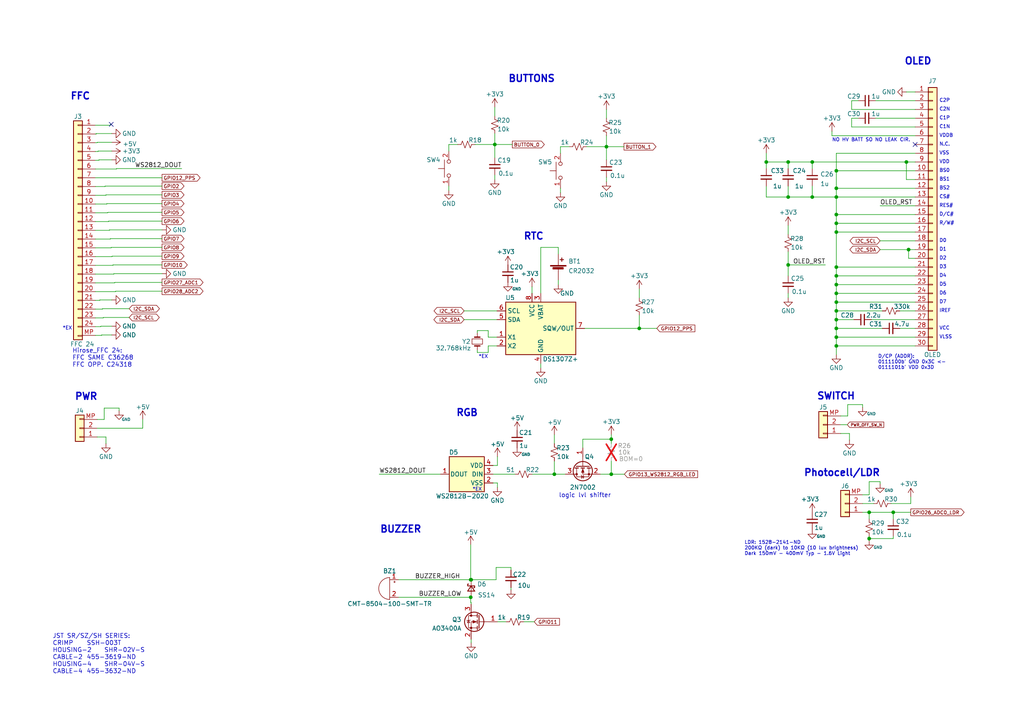
<source format=kicad_sch>
(kicad_sch (version 20230121) (generator eeschema)
  (paper "A4")
  (title_block (title "CONNS & PERIPHERALS"))
  (junction (at 185.42 95.25))
  (junction (at 242.57 97.79))
  (junction (at 136.525 168.148))
  (junction (at 242.57 92.71))
  (junction (at 242.57 85.09))
  (junction (at 228.6 57.15))
  (junction (at 259.08 148.59))
  (junction (at 177.292 127.381))
  (junction (at 242.57 90.17))
  (junction (at 242.57 67.31))
  (junction (at 228.6 46.99))
  (junction (at 136.652 168.148))
  (junction (at 262.89 46.99))
  (junction (at 160.782 137.541))
  (junction (at 242.57 57.15))
  (junction (at 235.585 46.99))
  (junction (at 242.57 95.25))
  (junction (at 242.57 87.63))
  (junction (at 242.57 54.61))
  (junction (at 242.57 77.47))
  (junction (at 222.25 46.99))
  (junction (at 252.095 148.59))
  (junction (at 242.57 82.55))
  (junction (at 242.57 49.53))
  (junction (at 242.57 62.23))
  (junction (at 242.57 80.01))
  (junction (at 263.525 72.39))
  (junction (at 242.57 100.33))
  (junction (at 252.095 156.21))
  (junction (at 228.6 76.835))
  (junction (at 242.57 64.77))
  (junction (at 136.525 173.228))
  (junction (at 143.51 41.91))
  (junction (at 175.895 42.545))
  (junction (at 177.292 137.541))
  (junction (at 235.585 57.15))
  (no_connect (at 32.258 36.068))
  (no_connect (at 265.43 41.91))
  (wire (pts (xy 228.6 57.15) (xy 235.585 57.15)))
  (wire (pts (xy 136.525 168.148) (xy 115.57 168.148)))
  (wire (pts (xy 222.25 46.99) (xy 228.6 46.99)))
  (wire (pts (xy 127.762 137.541) (xy 109.982 137.541)))
  (wire (pts (xy 262.89 26.67) (xy 265.43 26.67)))
  (wire (pts (xy 242.57 64.77) (xy 265.43 64.77)))
  (wire (pts (xy 27.686 76.962) (xy 32.766 76.962)))
  (wire (pts (xy 137.795 41.91) (xy 143.51 41.91)))
  (wire (pts (xy 27.686 79.502) (xy 33.02 79.502)))
  (wire (pts (xy 242.57 100.33) (xy 265.43 100.33)))
  (wire (pts (xy 27.686 84.582) (xy 33.528 84.582)))
  (wire (pts (xy 160.782 133.731) (xy 160.782 137.541)))
  (wire (pts (xy 175.895 39.37) (xy 175.895 42.545)))
  (wire (pts (xy 255.27 69.85) (xy 265.43 69.85)))
  (wire (pts (xy 242.57 87.63) (xy 265.43 87.63)))
  (wire (pts (xy 156.845 85.09) (xy 156.845 71.755)))
  (wire (pts (xy 136.652 168.148) (xy 136.525 168.148)))
  (wire (pts (xy 32.004 69.215) (xy 46.99 69.215)))
  (wire (pts (xy 242.57 54.61) (xy 242.57 57.15)))
  (wire (pts (xy 228.6 46.99) (xy 228.6 48.895)))
  (wire (pts (xy 252.73 92.71) (xy 265.43 92.71)))
  (wire (pts (xy 136.652 185.42) (xy 136.652 186.436)))
  (wire (pts (xy 222.25 53.975) (xy 222.25 57.15)))
  (wire (pts (xy 162.56 44.45) (xy 162.56 42.545)))
  (wire (pts (xy 27.686 56.642) (xy 30.734 56.642)))
  (wire (pts (xy 262.89 46.99) (xy 265.43 46.99)))
  (wire (pts (xy 28.194 41.402) (xy 28.194 41.275)))
  (wire (pts (xy 28.448 43.815) (xy 32.385 43.815)))
  (wire (pts (xy 29.718 89.662) (xy 27.686 89.662)))
  (wire (pts (xy 242.57 85.09) (xy 265.43 85.09)))
  (wire (pts (xy 28.956 87.122) (xy 27.686 87.122)))
  (wire (pts (xy 242.57 100.33) (xy 242.57 102.87)))
  (wire (pts (xy 27.686 51.562) (xy 46.99 51.562)))
  (wire (pts (xy 245.872 117.348) (xy 250.19 117.348)))
  (wire (pts (xy 27.94 38.735) (xy 32.385 38.735)))
  (wire (pts (xy 250.19 117.348) (xy 250.19 118.11)))
  (wire (pts (xy 32.766 76.835) (xy 46.99 76.835)))
  (wire (pts (xy 30.734 126.746) (xy 30.734 128.651)))
  (wire (pts (xy 265.43 52.07) (xy 262.89 52.07)))
  (wire (pts (xy 31.242 61.595) (xy 46.99 61.595)))
  (wire (pts (xy 235.585 46.99) (xy 235.585 48.895)))
  (wire (pts (xy 242.57 49.53) (xy 242.57 54.61)))
  (wire (pts (xy 28.194 124.206) (xy 41.402 124.206)))
  (wire (pts (xy 33.782 48.895) (xy 52.705 48.895)))
  (wire (pts (xy 31.75 66.675) (xy 46.99 66.675)))
  (wire (pts (xy 29.464 97.155) (xy 32.385 97.155)))
  (wire (pts (xy 136.652 174.752) (xy 136.525 174.752)))
  (wire (pts (xy 143.002 137.541) (xy 149.352 137.541)))
  (wire (pts (xy 255.27 72.39) (xy 263.525 72.39)))
  (wire (pts (xy 242.57 77.47) (xy 265.43 77.47)))
  (wire (pts (xy 27.686 71.882) (xy 32.258 71.882)))
  (wire (pts (xy 32.258 71.882) (xy 32.258 71.755)))
  (wire (pts (xy 27.686 49.022) (xy 33.782 49.022)))
  (wire (pts (xy 144.272 132.461) (xy 144.272 135.001)))
  (wire (pts (xy 242.57 82.55) (xy 242.57 85.09)))
  (wire (pts (xy 163.957 137.541) (xy 160.782 137.541)))
  (wire (pts (xy 160.782 126.111) (xy 160.782 128.651)))
  (wire (pts (xy 247.015 31.75) (xy 247.015 29.21)))
  (wire (pts (xy 32.258 36.068) (xy 32.004 36.068)))
  (wire (pts (xy 28.194 41.275) (xy 32.385 41.275)))
  (wire (pts (xy 136.525 172.974) (xy 136.525 173.228)))
  (wire (pts (xy 175.895 42.545) (xy 175.895 46.355)))
  (wire (pts (xy 130.175 55.245) (xy 130.175 53.975)))
  (wire (pts (xy 29.972 92.202) (xy 27.686 92.202)))
  (wire (pts (xy 243.84 120.65) (xy 245.872 120.65)))
  (wire (pts (xy 33.528 84.582) (xy 33.528 84.455)))
  (wire (pts (xy 143.51 31.115) (xy 143.51 33.655)))
  (wire (pts (xy 252.095 143.51) (xy 252.095 139.7)))
  (wire (pts (xy 242.57 90.17) (xy 242.57 92.71)))
  (wire (pts (xy 260.985 95.25) (xy 265.43 95.25)))
  (wire (pts (xy 169.545 95.25) (xy 185.42 95.25)))
  (wire (pts (xy 242.57 90.17) (xy 255.905 90.17)))
  (wire (pts (xy 138.43 95.885) (xy 141.605 95.885)))
  (wire (pts (xy 33.782 49.022) (xy 33.782 48.895)))
  (wire (pts (xy 252.095 148.59) (xy 259.08 148.59)))
  (wire (pts (xy 252.095 155.575) (xy 252.095 156.21)))
  (wire (pts (xy 143.891 168.148) (xy 143.891 164.592)))
  (wire (pts (xy 235.585 46.99) (xy 228.6 46.99)))
  (wire (pts (xy 143.002 135.001) (xy 144.272 135.001)))
  (wire (pts (xy 32.512 74.422) (xy 32.512 74.295)))
  (wire (pts (xy 263.525 74.93) (xy 265.43 74.93)))
  (wire (pts (xy 255.27 139.7) (xy 255.27 140.335)))
  (wire (pts (xy 136.525 157.988) (xy 136.525 168.148)))
  (wire (pts (xy 242.57 85.09) (xy 242.57 87.63)))
  (wire (pts (xy 242.57 62.23) (xy 242.57 64.77)))
  (wire (pts (xy 228.6 73.025) (xy 228.6 76.835)))
  (wire (pts (xy 31.75 66.802) (xy 31.75 66.675)))
  (wire (pts (xy 250.19 148.59) (xy 252.095 148.59)))
  (wire (pts (xy 242.57 62.23) (xy 265.43 62.23)))
  (wire (pts (xy 252.095 148.59) (xy 252.095 150.495)))
  (wire (pts (xy 144.145 100.33) (xy 141.605 100.33)))
  (wire (pts (xy 242.57 64.77) (xy 242.57 67.31)))
  (wire (pts (xy 177.292 126.111) (xy 177.292 127.381)))
  (wire (pts (xy 228.6 53.975) (xy 228.6 57.15)))
  (wire (pts (xy 29.464 97.282) (xy 29.464 97.155)))
  (wire (pts (xy 242.57 97.79) (xy 242.57 100.33)))
  (wire (pts (xy 27.94 38.862) (xy 27.94 38.735)))
  (wire (pts (xy 30.226 118.364) (xy 34.544 118.364)))
  (wire (pts (xy 247.015 34.29) (xy 248.92 34.29)))
  (wire (pts (xy 136.652 168.148) (xy 143.891 168.148)))
  (wire (pts (xy 148.209 164.592) (xy 148.209 165.354)))
  (wire (pts (xy 250.19 143.51) (xy 252.095 143.51)))
  (wire (pts (xy 28.956 86.995) (xy 32.385 86.995)))
  (wire (pts (xy 259.08 148.59) (xy 259.08 150.495)))
  (wire (pts (xy 235.585 53.975) (xy 235.585 57.15)))
  (wire (pts (xy 28.448 43.942) (xy 28.448 43.815)))
  (wire (pts (xy 27.686 82.042) (xy 33.274 82.042)))
  (wire (pts (xy 243.84 125.73) (xy 246.38 125.73)))
  (wire (pts (xy 136.652 173.228) (xy 136.525 173.228)))
  (wire (pts (xy 235.585 46.99) (xy 262.89 46.99)))
  (wire (pts (xy 29.21 94.742) (xy 29.21 94.615)))
  (wire (pts (xy 262.89 52.07) (xy 262.89 46.99)))
  (wire (pts (xy 33.02 79.502) (xy 33.02 79.375)))
  (wire (pts (xy 222.25 57.15) (xy 228.6 57.15)))
  (wire (pts (xy 27.686 66.802) (xy 31.75 66.802)))
  (wire (pts (xy 228.6 76.835) (xy 239.395 76.835)))
  (wire (pts (xy 144.272 180.34) (xy 146.812 180.34)))
  (wire (pts (xy 265.43 31.75) (xy 247.015 31.75)))
  (wire (pts (xy 245.872 120.65) (xy 245.872 117.348)))
  (wire (pts (xy 242.57 95.25) (xy 255.905 95.25)))
  (wire (pts (xy 30.988 59.055) (xy 46.99 59.055)))
  (wire (pts (xy 148.209 171.069) (xy 148.209 170.434)))
  (wire (pts (xy 169.037 129.921) (xy 169.037 127.381)))
  (wire (pts (xy 241.3 39.37) (xy 265.43 39.37)))
  (wire (pts (xy 222.25 44.45) (xy 222.25 46.99)))
  (wire (pts (xy 175.895 51.435) (xy 175.895 52.705)))
  (wire (pts (xy 27.686 54.102) (xy 30.48 54.102)))
  (wire (pts (xy 141.605 95.885) (xy 141.605 97.79)))
  (wire (pts (xy 30.734 56.515) (xy 46.99 56.515)))
  (wire (pts (xy 160.782 137.541) (xy 154.432 137.541)))
  (wire (pts (xy 175.895 42.545) (xy 180.975 42.545)))
  (wire (pts (xy 34.544 118.364) (xy 34.544 119.126)))
  (wire (pts (xy 27.686 69.342) (xy 32.004 69.342)))
  (wire (pts (xy 29.972 92.202) (xy 29.972 92.075)))
  (wire (pts (xy 169.037 127.381) (xy 177.292 127.381)))
  (wire (pts (xy 161.925 82.55) (xy 161.925 81.28)))
  (wire (pts (xy 151.892 180.34) (xy 154.94 180.34)))
  (wire (pts (xy 30.734 56.642) (xy 30.734 56.515)))
  (wire (pts (xy 115.57 173.228) (xy 136.525 173.228)))
  (wire (pts (xy 41.402 124.206) (xy 41.402 121.666)))
  (wire (pts (xy 28.194 121.666) (xy 30.226 121.666)))
  (wire (pts (xy 136.652 174.752) (xy 136.652 175.26)))
  (wire (pts (xy 252.095 156.21) (xy 252.095 156.845)))
  (wire (pts (xy 138.43 96.52) (xy 138.43 95.885)))
  (wire (pts (xy 247.015 36.83) (xy 247.015 34.29)))
  (wire (pts (xy 28.194 126.746) (xy 30.734 126.746)))
  (wire (pts (xy 134.62 92.71) (xy 144.145 92.71)))
  (wire (pts (xy 242.57 80.01) (xy 242.57 82.55)))
  (wire (pts (xy 28.956 87.122) (xy 28.956 86.995)))
  (wire (pts (xy 162.56 55.88) (xy 162.56 54.61)))
  (wire (pts (xy 242.57 49.53) (xy 265.43 49.53)))
  (wire (pts (xy 264.16 144.145) (xy 264.16 146.05)))
  (wire (pts (xy 141.605 102.235) (xy 138.43 102.235)))
  (wire (pts (xy 27.686 97.282) (xy 29.464 97.282)))
  (wire (pts (xy 144.272 140.081) (xy 144.272 141.351)))
  (wire (pts (xy 143.002 140.081) (xy 144.272 140.081)))
  (wire (pts (xy 31.242 61.722) (xy 31.242 61.595)))
  (wire (pts (xy 27.686 74.422) (xy 32.512 74.422)))
  (wire (pts (xy 156.845 106.68) (xy 156.845 105.41)))
  (wire (pts (xy 29.718 89.535) (xy 37.465 89.535)))
  (wire (pts (xy 33.274 82.042) (xy 33.274 81.915)))
  (wire (pts (xy 170.18 42.545) (xy 175.895 42.545)))
  (wire (pts (xy 242.57 77.47) (xy 242.57 80.01)))
  (wire (pts (xy 27.686 46.482) (xy 28.702 46.482)))
  (wire (pts (xy 28.702 46.355) (xy 32.385 46.355)))
  (wire (pts (xy 138.43 102.235) (xy 138.43 101.6)))
  (wire (pts (xy 32.512 74.295) (xy 46.99 74.295)))
  (wire (pts (xy 265.43 44.45) (xy 242.57 44.45)))
  (wire (pts (xy 259.08 148.59) (xy 264.16 148.59)))
  (wire (pts (xy 242.57 82.55) (xy 265.43 82.55)))
  (wire (pts (xy 252.095 156.21) (xy 259.08 156.21)))
  (wire (pts (xy 29.21 94.615) (xy 32.385 94.615)))
  (wire (pts (xy 28.448 43.942) (xy 27.686 43.942)))
  (wire (pts (xy 29.972 92.075) (xy 37.465 92.075)))
  (wire (pts (xy 255.27 59.69) (xy 265.43 59.69)))
  (wire (pts (xy 263.525 72.39) (xy 265.43 72.39)))
  (wire (pts (xy 30.988 59.182) (xy 30.988 59.055)))
  (wire (pts (xy 28.194 41.402) (xy 27.686 41.402)))
  (wire (pts (xy 185.42 91.44) (xy 185.42 95.25)))
  (wire (pts (xy 254 29.21) (xy 265.43 29.21)))
  (wire (pts (xy 258.445 146.05) (xy 264.16 146.05)))
  (wire (pts (xy 177.292 137.541) (xy 174.117 137.541)))
  (wire (pts (xy 141.605 97.79) (xy 144.145 97.79)))
  (wire (pts (xy 177.292 133.731) (xy 177.292 137.541)))
  (wire (pts (xy 185.42 95.25) (xy 190.5 95.25)))
  (wire (pts (xy 260.985 90.17) (xy 265.43 90.17)))
  (wire (pts (xy 32.258 71.755) (xy 46.99 71.755)))
  (wire (pts (xy 245.745 123.19) (xy 243.84 123.19)))
  (wire (pts (xy 32.004 69.342) (xy 32.004 69.215)))
  (wire (pts (xy 242.57 95.25) (xy 242.57 97.79)))
  (wire (pts (xy 154.305 83.185) (xy 154.305 85.09)))
  (wire (pts (xy 242.57 92.71) (xy 242.57 95.25)))
  (wire (pts (xy 30.48 54.102) (xy 30.48 53.975)))
  (wire (pts (xy 228.6 76.835) (xy 228.6 80.01)))
  (wire (pts (xy 242.57 57.15) (xy 265.43 57.15)))
  (wire (pts (xy 242.57 92.71) (xy 247.65 92.71)))
  (wire (pts (xy 242.57 57.15) (xy 242.57 62.23)))
  (wire (pts (xy 27.686 61.722) (xy 31.242 61.722)))
  (wire (pts (xy 259.08 155.575) (xy 259.08 156.21)))
  (wire (pts (xy 134.62 90.17) (xy 144.145 90.17)))
  (wire (pts (xy 32.766 76.962) (xy 32.766 76.835)))
  (wire (pts (xy 141.605 100.33) (xy 141.605 102.235)))
  (wire (pts (xy 250.19 146.05) (xy 253.365 146.05)))
  (wire (pts (xy 241.3 38.1) (xy 241.3 39.37)))
  (wire (pts (xy 143.891 164.592) (xy 148.209 164.592)))
  (wire (pts (xy 252.095 139.7) (xy 255.27 139.7)))
  (wire (pts (xy 32.004 36.322) (xy 32.004 36.068)))
  (wire (pts (xy 246.38 125.73) (xy 246.38 127.635)))
  (wire (pts (xy 29.718 89.662) (xy 29.718 89.535)))
  (wire (pts (xy 228.6 65.405) (xy 228.6 67.945)))
  (wire (pts (xy 30.48 53.975) (xy 46.99 53.975)))
  (wire (pts (xy 242.57 87.63) (xy 242.57 90.17)))
  (wire (pts (xy 30.226 121.666) (xy 30.226 118.364)))
  (wire (pts (xy 162.56 42.545) (xy 165.1 42.545)))
  (wire (pts (xy 235.585 57.15) (xy 242.57 57.15)))
  (wire (pts (xy 27.94 38.862) (xy 27.686 38.862)))
  (wire (pts (xy 143.51 41.91) (xy 143.51 45.72)))
  (wire (pts (xy 32.004 36.322) (xy 27.686 36.322)))
  (wire (pts (xy 143.51 50.8) (xy 143.51 52.07)))
  (wire (pts (xy 130.175 43.815) (xy 130.175 41.91)))
  (wire (pts (xy 242.57 80.01) (xy 265.43 80.01)))
  (wire (pts (xy 242.57 67.31) (xy 265.43 67.31)))
  (wire (pts (xy 33.02 79.375) (xy 46.99 79.375)))
  (wire (pts (xy 28.702 46.482) (xy 28.702 46.355)))
  (wire (pts (xy 31.496 64.135) (xy 46.99 64.135)))
  (wire (pts (xy 130.175 41.91) (xy 132.715 41.91)))
  (wire (pts (xy 265.43 36.83) (xy 247.015 36.83)))
  (wire (pts (xy 27.686 59.182) (xy 30.988 59.182)))
  (wire (pts (xy 222.25 46.99) (xy 222.25 48.895)))
  (wire (pts (xy 185.42 83.82) (xy 185.42 86.36)))
  (wire (pts (xy 156.845 71.755) (xy 161.925 71.755)))
  (wire (pts (xy 177.292 127.381) (xy 177.292 128.651)))
  (wire (pts (xy 27.686 64.262) (xy 31.496 64.262)))
  (wire (pts (xy 242.57 54.61) (xy 265.43 54.61)))
  (wire (pts (xy 242.57 97.79) (xy 265.43 97.79)))
  (wire (pts (xy 254 34.29) (xy 265.43 34.29)))
  (wire (pts (xy 33.528 84.455) (xy 46.99 84.455)))
  (wire (pts (xy 242.57 44.45) (xy 242.57 49.53)))
  (wire (pts (xy 181.102 137.541) (xy 177.292 137.541)))
  (wire (pts (xy 143.51 41.91) (xy 148.59 41.91)))
  (wire (pts (xy 136.525 174.752) (xy 136.525 173.228)))
  (wire (pts (xy 143.51 38.735) (xy 143.51 41.91)))
  (wire (pts (xy 161.925 71.755) (xy 161.925 73.66)))
  (wire (pts (xy 242.57 67.31) (xy 242.57 77.47)))
  (wire (pts (xy 31.496 64.262) (xy 31.496 64.135)))
  (wire (pts (xy 27.686 94.742) (xy 29.21 94.742)))
  (wire (pts (xy 175.895 31.75) (xy 175.895 34.29)))
  (wire (pts (xy 33.274 81.915) (xy 46.99 81.915)))
  (wire (pts (xy 228.6 85.09) (xy 228.6 86.36)))
  (wire (pts (xy 247.015 29.21) (xy 248.92 29.21)))
  (wire (pts (xy 263.525 74.93) (xy 263.525 72.39)))
  (text "VCC" (at 272.415 95.885 0) (effects (font (size 1 1)) (justify left bottom)))
  (text "BS2" (at 272.415 55.245 0) (effects (font (size 1 1)) (justify left bottom)))
  (text "PWR" (at 21.59 116.332 0) (effects (font (size 2 2) (thickness 0.4) bold) (justify left bottom)))
  (text "OLED" (at 262.255 19.05 0) (effects (font (size 2 2) (thickness 0.4) bold) (justify left bottom)))
  (text "*EX" (at 141.605 104.14 0) (effects (font (size 1 1)) (justify right bottom)))
  (text "SWITCH" (at 236.855 116.205 0) (effects (font (size 2 2) (thickness 0.4) bold) (justify left bottom)))
  (text "BUZZER\n" (at 110.109 154.813 0) (effects (font (size 2 2) (thickness 0.4) bold) (justify left bottom)))
  (text "RES#" (at 272.415 60.325 0) (effects (font (size 1 1)) (justify left bottom)))
  (text "D6" (at 272.415 85.725 0) (effects (font (size 1 1)) (justify left bottom)))
  (text "R/W#" (at 272.415 65.405 0) (effects (font (size 1 1)) (justify left bottom)))
  (text "C1N" (at 272.415 37.465 0) (effects (font (size 1 1)) (justify left bottom)))
  (text "D2" (at 272.415 75.565 0) (effects (font (size 1 1)) (justify left bottom)))
  (text "*EX" (at 20.955 95.885 0) (effects (font (size 1 1)) (justify right bottom)))
  (text "CS#" (at 272.415 57.785 0) (effects (font (size 1 1)) (justify left bottom)))
  (text "Photocell/LDR\n" (at 233.045 138.43 0) (effects (font (size 2 2) (thickness 0.4) bold) (justify left bottom)))
  (text "NO HV BATT SO NO LEAK CIR." (at 241.3 41.275 0) (effects (font (size 1 1)) (justify left bottom)))
  (text "logic lvl shifter" (at 162.052 144.526 0) (effects (font (size 1.27 1.27)) (justify left bottom)))
  (text "D0\n" (at 272.415 70.485 0) (effects (font (size 1 1)) (justify left bottom)))
  (text "BS1" (at 272.415 52.705 0) (effects (font (size 1 1)) (justify left bottom)))
  (text "FFC" (at 20.32 29.21 0) (effects (font (size 2 2) (thickness 0.4) bold) (justify left bottom)))
  (text "IREF" (at 272.415 90.805 0) (effects (font (size 1 1)) (justify left bottom)))
  (text "D4" (at 272.415 80.645 0) (effects (font (size 1 1)) (justify left bottom)))
  (text "*EX" (at 139.827 142.621 0) (effects (font (size 1 1)) (justify right bottom)))
  (text "D/CP (ADDR):\n0111100b' GND 0x3C <-\n0111101b' VDD 0x3D" (at 254.635 107.315 0) (effects (font (size 1 1)) (justify left bottom)))
  (text "D/C#" (at 272.415 62.865 0) (effects (font (size 1 1)) (justify left bottom)))
  (text "VDDB" (at 272.415 40.005 0) (effects (font (size 1 1)) (justify left bottom)))
  (text "BS0" (at 272.415 50.165 0) (effects (font (size 1 1)) (justify left bottom)))
  (text "C2N" (at 272.415 32.385 0) (effects (font (size 1 1)) (justify left bottom)))
  (text "RTC" (at 151.765 69.85 0) (effects (font (size 2 2) (thickness 0.4) bold) (justify left bottom)))
  (text "C1P\n" (at 272.415 34.925 0) (effects (font (size 1 1)) (justify left bottom)))
  (text "BUTTONS\n" (at 147.32 24.13 0) (effects (font (size 2 2) (thickness 0.4) bold) (justify left bottom)))
  (text "D7" (at 272.415 88.265 0) (effects (font (size 1 1)) (justify left bottom)))
  (text "D5\n" (at 272.415 83.185 0) (effects (font (size 1 1)) (justify left bottom)))
  (text "LDR: 1528-2141-ND\n200KΩ (dark) to 10KΩ (10 lux brightness)\nDark 150mV - 400mV Typ - 1.6V Light" (at 215.9 161.29 0) (effects (font (size 1 1)) (justify left bottom)))
  (text "D3" (at 272.415 78.105 0) (effects (font (size 1 1)) (justify left bottom)))
  (text "Hirose_FFC 24:\nFFC SAME C36268\nFFC OPP. C24318" (at 20.955 106.68 0) (effects (font (size 1.27 1.27)) (justify left bottom)))
  (text "VLSS" (at 272.415 98.425 0) (effects (font (size 1 1)) (justify left bottom)))
  (text "VSS" (at 272.415 45.085 0) (effects (font (size 1 1)) (justify left bottom)))
  (text "C2P\n" (at 272.415 29.845 0) (effects (font (size 1 1)) (justify left bottom)))
  (text "D1" (at 272.415 73.025 0) (effects (font (size 1 1)) (justify left bottom)))
  (text "JST SR/SZ/SH SERIES:\nCRIMP	SSH-003T\nHOUSING-2 	SHR-02V-S\nCABLE-2	455-3619-ND\nHOUSING-4	SHR-04V-S\nCABLE-4	455-3632-ND" (at 15.24 195.58 0) (effects (font (size 1.27 1.27)) (justify left bottom)))
  (text "N.C." (at 272.415 42.545 0) (effects (font (size 1 1)) (justify left bottom)))
  (text "RGB" (at 132.207 121.031 0) (effects (font (size 2 2) (thickness 0.4) bold) (justify left bottom)))
  (text "VDD" (at 272.415 47.625 0) (effects (font (size 1 1)) (justify left bottom)))
  (label "WS2812_DOUT" (at 109.982 137.541 0))
  (label "BUZZER_LOW" (at 133.858 173.228 180))
  (label "BUZZER_HIGH" (at 133.477 168.148 180))
  (label "OLED_RST" (at 255.27 59.69 0))
  (label "WS2812_DOUT" (at 52.705 48.895 180))
  (label "OLED_RST" (at 239.395 76.835 180))
  (global_label "GPIO13_WS2812_RGB_LED" (shape input) (at 181.102 137.541 0) (effects (font (size 1 1))) (property "Intersheetrefs" "${INTERSHEET_REFS}" (effects hide)))
  (global_label "I2C_SDA" (shape bidirectional) (at 255.27 72.39 180) (effects (font (size 1 1))) (property "Intersheetrefs" "${INTERSHEET_REFS}" (effects hide)))
  (global_label "GPIO10" (shape output) (at 46.99 76.835 0) (effects (font (size 1 1))) (property "Intersheetrefs" "${INTERSHEET_REFS}" (effects hide)))
  (global_label "GPIO8" (shape output) (at 46.99 71.755 0) (effects (font (size 1 1))) (property "Intersheetrefs" "${INTERSHEET_REFS}" (effects hide)))
  (global_label "GPIO11" (shape input) (at 154.94 180.34 0) (effects (font (size 1 1))) (property "Intersheetrefs" "${INTERSHEET_REFS}" (effects hide)))
  (global_label "I2C_SCL" (shape bidirectional) (at 37.465 92.075 0) (effects (font (size 1 1))) (property "Intersheetrefs" "${INTERSHEET_REFS}" (effects hide)))
  (global_label "I2C_SDA" (shape bidirectional) (at 134.62 92.71 180) (effects (font (size 1 1))) (property "Intersheetrefs" "${INTERSHEET_REFS}" (effects hide)))
  (global_label "GPIO27_ADC1" (shape output) (at 46.99 81.915 0) (effects (font (size 1 1))) (property "Intersheetrefs" "${INTERSHEET_REFS}" (effects hide)))
  (global_label "BUTTON_1" (shape output) (at 180.975 42.545 0) (effects (font (size 1 1))) (property "Intersheetrefs" "${INTERSHEET_REFS}" (effects hide)))
  (global_label "GPIO7" (shape output) (at 46.99 69.215 0) (effects (font (size 1 1))) (property "Intersheetrefs" "${INTERSHEET_REFS}" (effects hide)))
  (global_label "GPIO4" (shape output) (at 46.99 59.055 0) (effects (font (size 1 1))) (property "Intersheetrefs" "${INTERSHEET_REFS}" (effects hide)))
  (global_label "I2C_SCL" (shape bidirectional) (at 255.27 69.85 180) (effects (font (size 1 1))) (property "Intersheetrefs" "${INTERSHEET_REFS}" (effects hide)))
  (global_label "GPIO12_PPS" (shape output) (at 46.99 51.562 0) (effects (font (size 1 1))) (property "Intersheetrefs" "${INTERSHEET_REFS}" (effects hide)))
  (global_label "GPIO28_ADC2" (shape output) (at 46.99 84.455 0) (effects (font (size 1 1))) (property "Intersheetrefs" "${INTERSHEET_REFS}" (effects hide)))
  (global_label "PWR_OFF_SW_N" (shape input) (at 245.745 123.19 0) (effects (font (size 0.8 0.8))) (property "Intersheetrefs" "${INTERSHEET_REFS}" (effects hide)))
  (global_label "GPIO6" (shape output) (at 46.99 64.135 0) (effects (font (size 1 1))) (property "Intersheetrefs" "${INTERSHEET_REFS}" (effects hide)))
  (global_label "GPIO12_PPS" (shape input) (at 190.5 95.25 0) (effects (font (size 1 1))) (property "Intersheetrefs" "${INTERSHEET_REFS}" (effects hide)))
  (global_label "BUTTON_0" (shape output) (at 148.59 41.91 0) (effects (font (size 1 1))) (property "Intersheetrefs" "${INTERSHEET_REFS}" (effects hide)))
  (global_label "I2C_SCL" (shape bidirectional) (at 134.62 90.17 180) (effects (font (size 1 1))) (property "Intersheetrefs" "${INTERSHEET_REFS}" (effects hide)))
  (global_label "GPIO5" (shape output) (at 46.99 61.595 0) (effects (font (size 1 1))) (property "Intersheetrefs" "${INTERSHEET_REFS}" (effects hide)))
  (global_label "GPIO9" (shape output) (at 46.99 74.295 0) (effects (font (size 1 1))) (property "Intersheetrefs" "${INTERSHEET_REFS}" (effects hide)))
  (global_label "I2C_SDA" (shape bidirectional) (at 37.465 89.535 0) (effects (font (size 1 1))) (property "Intersheetrefs" "${INTERSHEET_REFS}" (effects hide)))
  (global_label "GPIO26_ADC0_LDR" (shape output) (at 264.16 148.59 0) (effects (font (size 1 1))) (property "Intersheetrefs" "${INTERSHEET_REFS}" (effects hide)))
  (global_label "GPIO3" (shape output) (at 46.99 56.515 0) (effects (font (size 1 1))) (property "Intersheetrefs" "${INTERSHEET_REFS}" (effects hide)))
  (global_label "GPIO2" (shape output) (at 46.99 53.975 0) (effects (font (size 1 1))) (property "Intersheetrefs" "${INTERSHEET_REFS}" (effects hide)))
  (symbol (lib_id "power:+3V3") (at 32.385 43.815 270) (unit 1)
    (property "Reference" "#PWR041" (effects hide))
    (property "Value" "+3V3" (at 38.1 43.815 90))
  )
  (symbol (lib_id "power:+5V") (at 149.987 124.841 0) (unit 1)
    (property "Reference" "#PWR059" (effects hide))
    (property "Value" "+5V" (at 149.987 121.2365 0))
  )
  (symbol (lib_id "power:GND") (at 46.99 79.375 90) (mirror x) (unit 1)
    (property "Reference" "#PWR049" (effects hide))
    (property "Value" "GND" (at 52.07 79.375 90))
  )
  (symbol (lib_id "Device:R_Small_US") (at 175.895 36.83 0) (unit 1)
    (property "Reference" "R25" (at 178.435 35.56 0))
    (property "Value" "10k" (at 178.435 38.1 0))
    (property "Footprint" "Resistor_SMD:R_0402_1005Metric" (effects hide))
    (property "lcsc" "C25744" (effects hide))
    (property "LCSC Part #" "C25744" (effects hide))
  )
  (symbol (lib_id "power:GND") (at 144.272 141.351 0) (mirror y) (unit 1)
    (property "Reference" "#PWR056" (effects hide))
    (property "Value" "GND" (at 144.272 145.161 0))
  )
  (symbol (lib_id "power:+3V3") (at 241.3 38.1 0) (unit 1)
    (property "Reference" "#PWR076" (effects hide))
    (property "Value" "+3V3" (at 241.3 34.29 0))
  )
  (symbol (lib_id "power:GND") (at 175.895 52.705 0) (unit 1)
    (property "Reference" "#PWR068" (effects hide))
    (property "Value" "GND" (at 175.895 56.515 0))
  )
  (symbol (lib_id "power:GND") (at 149.987 129.921 0) (mirror y) (unit 1)
    (property "Reference" "#PWR060" (effects hide))
    (property "Value" "GND" (at 152.527 131.826 0) (effects (font (size 0.8 0.8))))
  )
  (symbol (lib_id "power:GND") (at 242.57 102.87 0) (unit 1)
    (property "Reference" "#PWR077" (effects hide))
    (property "Value" "GND" (at 242.57 106.68 0))
  )
  (symbol (lib_id "power:+3V3") (at 175.895 31.75 0) (mirror y) (unit 1)
    (property "Reference" "#PWR067" (effects hide))
    (property "Value" "+3V3" (at 175.895 27.94 0))
  )
  (symbol (lib_name "Conn_01x02_1") (lib_id "Connector_Generic:Conn_01x02") (at 23.114 126.746 180) (unit 1)
    (property "Reference" "J4" (at 23.114 119.126 0))
    (property "Value" "5V" (effects hide))
    (property "Footprint" "Connector_JST:JST_SH_SM02B-SRSS-TB_1x02-1MP_P1.00mm_Horizontal" (effects hide))
    (property "desc" "SH 2pin 1mm" (effects hide))
    (property "lcsc" "C160402" (effects hide))
    (property "LCSC Part #" "C160402" (effects hide))
  )
  (symbol (lib_id "Device:C_Small") (at 175.895 48.895 0) (unit 1)
    (property "Reference" "C23" (at 176.657 47.117 0) (effects (justify left)))
    (property "Value" "0.1u" (at 176.911 50.927 0) (effects (justify left)))
    (property "Footprint" "Capacitor_SMD:C_0402_1005Metric" (effects hide))
    (property "lcsc" "C1525" (effects hide))
    (property "desc" "16V X7R" (effects hide))
    (property "LCSC Part #" "C1525" (effects hide))
  )
  (symbol (lib_id "power:GND") (at 32.385 46.355 90) (mirror x) (unit 1)
    (property "Reference" "#PWR042" (effects hide))
    (property "Value" "GND" (at 37.465 46.355 90))
  )
  (symbol (lib_id "power:GND") (at 252.095 156.845 0) (mirror y) (unit 1)
    (property "Reference" "#PWR080" (effects hide))
    (property "Value" "GND" (at 254.635 158.75 0) (effects (font (size 0.8 0.8))))
  )
  (symbol (lib_id "power:GND") (at 147.32 81.915 0) (mirror y) (unit 1)
    (property "Reference" "#PWR058" (effects hide))
    (property "Value" "GND" (at 149.86 83.82 0) (effects (font (size 0.8 0.8))))
  )
  (symbol (lib_name "Conn_01x02_1") (lib_id "Connector_Generic:Conn_01x02") (at 238.76 125.73 180) (unit 1)
    (property "Reference" "J5" (at 238.76 118.11 0))
    (property "Value" "5V" (effects hide))
    (property "Footprint" "Connector_JST:JST_SH_SM02B-SRSS-TB_1x02-1MP_P1.00mm_Horizontal" (effects hide))
    (property "desc" "SH 2pin 1mm" (effects hide))
    (property "lcsc" "C160402" (effects hide))
    (property "LCSC Part #" "C160402" (effects hide))
  )
  (symbol (lib_id "Device:R_Small_US") (at 167.64 42.545 90) (unit 1)
    (property "Reference" "R24" (at 170.18 41.275 90))
    (property "Value" "1k" (at 163.83 41.275 90))
    (property "Footprint" "Resistor_SMD:R_0402_1005Metric" (effects hide))
    (property "lcsc" "C11702" (effects hide))
    (property "LCSC Part #" "C11702" (effects hide))
  )
  (symbol (lib_id "power:GND") (at 255.27 140.335 0) (mirror y) (unit 1)
    (property "Reference" "#PWR081" (effects hide))
    (property "Value" "GND" (at 257.81 142.24 0) (effects (font (size 0.8 0.8))))
  )
  (symbol (lib_id "Device:C_Small") (at 250.19 92.71 90) (unit 1)
    (property "Reference" "C28" (at 245.745 91.44 90))
    (property "Value" "2.2u" (at 253.365 91.44 90))
    (property "Footprint" "Capacitor_SMD:C_0402_1005Metric" (effects hide))
    (property "lcsc" "C12530" (effects hide))
    (property "desc" "6.3V X5R" (effects hide))
    (property "LCSC Part #" "C12530" (effects hide))
  )
  (symbol (lib_id "Device:R_Small_US") (at 177.292 131.191 0) (mirror y) (unit 1) (dnp yes)
    (property "Reference" "R26" (at 181.102 129.286 0))
    (property "Value" "10k" (at 181.102 131.191 0))
    (property "Footprint" "Resistor_SMD:R_0402_1005Metric" (effects hide))
    (property "lcsc" "C25744" (effects hide))
    (property "bom" "BOM=0" (at 183.007 133.096 0))
    (property "LCSC Part #" "C25744" (effects hide))
  )
  (symbol (lib_id "power:GND") (at 32.385 38.735 90) (mirror x) (unit 1)
    (property "Reference" "#PWR039" (effects hide))
    (property "Value" "GND" (at 37.465 38.735 90))
  )
  (symbol (lib_id "power:GND") (at 250.19 118.11 0) (mirror y) (unit 1)
    (property "Reference" "#PWR079" (effects hide))
    (property "Value" "GND" (at 252.73 120.015 0) (effects (font (size 0.8 0.8))))
  )
  (symbol (lib_id "power:+3V3") (at 235.585 148.59 0) (mirror y) (unit 1)
    (property "Reference" "#PWR074" (effects hide))
    (property "Value" "+3V3" (at 234.95 144.78 0))
  )
  (symbol (lib_id "power:+5V") (at 32.385 41.275 270) (unit 1)
    (property "Reference" "#PWR040" (effects hide))
    (property "Value" "+5V" (at 35.56 41.754 90) (effects (justify left)))
  )
  (symbol (lib_id "power:GND") (at 46.99 66.675 90) (mirror x) (unit 1)
    (property "Reference" "#PWR048" (effects hide))
    (property "Value" "GND" (at 52.07 66.675 90))
  )
  (symbol (lib_id "Device:C_Small") (at 251.46 29.21 90) (unit 1)
    (property "Reference" "C29" (at 247.65 27.94 90))
    (property "Value" "1u" (at 254 27.94 90))
    (property "Footprint" "Capacitor_SMD:C_0402_1005Metric" (effects hide))
    (property "lcsc" "C52923" (effects hide))
    (property "desc" "25V X5R" (effects hide))
    (property "LCSC Part #" "C52923" (effects hide))
  )
  (symbol (lib_id "Timer_RTC:DS1307Z+") (at 156.845 95.25 0) (unit 1)
    (property "Reference" "U5" (at 147.955 86.36 0))
    (property "Value" "DS1307Z+" (at 162.56 104.14 0))
    (property "Footprint" "Package_SO:SOIC-8_3.9x4.9mm_P1.27mm" (effects hide))
    (property "Datasheet" "https://datasheets.maximintegrated.com/en/ds/DS1307.pdf" (effects hide))
    (property "lcsc" "C8959" (effects hide))
    (property "LCSC Part #" "C8959" (effects hide))
  )
  (symbol (lib_id "Device:C_Small") (at 143.51 48.26 0) (unit 1)
    (property "Reference" "C19" (at 144.272 46.482 0) (effects (justify left)))
    (property "Value" "0.1u" (at 144.526 50.292 0) (effects (justify left)))
    (property "Footprint" "Capacitor_SMD:C_0402_1005Metric" (effects hide))
    (property "lcsc" "C1525" (effects hide))
    (property "desc" "16V X7R" (effects hide))
    (property "LCSC Part #" "C1525" (effects hide))
  )
  (symbol (lib_id "LED_Extra:WS2812B-2020") (at 135.382 137.541 0) (mirror y) (unit 1)
    (property "Reference" "D5" (at 131.572 131.191 0))
    (property "Value" "WS2812B-2020" (at 134.112 143.891 0))
    (property "Footprint" "stride_footprints:WS2812B-2020" (effects hide))
    (property "Datasheet" "https://www.tme.eu/Document/4a8239e52df5e0b5cc2eb96834c5d8b6/WS2812B-2020.pdf" (effects hide))
    (property "lcsc" "C965555" (effects hide))
    (property "LCSC Part #" "C965555" (effects hide))
  )
  (symbol (lib_id "Device:C_Small") (at 228.6 51.435 0) (unit 1)
    (property "Reference" "C24" (at 229.87 49.53 0) (effects (justify left)))
    (property "Value" "1u" (at 230.505 53.975 0) (effects (justify left)))
    (property "Footprint" "Capacitor_SMD:C_0402_1005Metric" (effects hide))
    (property "lcsc" "C52923" (effects hide))
    (property "desc" "25V X5R" (effects hide))
    (property "LCSC Part #" "C52923" (effects hide))
  )
  (symbol (lib_id "Device:C_Small") (at 147.32 79.375 0) (mirror y) (unit 1)
    (property "Reference" "C20" (at 151.765 77.47 0) (effects (justify left)))
    (property "Value" "1u" (at 150.495 81.28 0) (effects (justify left)))
    (property "Footprint" "Capacitor_SMD:C_0402_1005Metric" (effects hide))
    (property "lcsc" "C52923" (effects hide))
    (property "desc" "25V X5R" (effects hide))
    (property "LCSC Part #" "C52923" (effects hide))
  )
  (symbol (lib_id "power:GND") (at 228.6 86.36 0) (unit 1)
    (property "Reference" "#PWR073" (effects hide))
    (property "Value" "GND" (at 228.6 90.17 0))
  )
  (symbol (lib_id "power:+5V") (at 136.525 157.988 0) (mirror y) (unit 1)
    (property "Reference" "#PWR051" (effects hide))
    (property "Value" "+5V" (at 136.525 154.3835 0))
  )
  (symbol (lib_id "stride_symbols:Buzzer_CMT-8504-100-SMT-TR") (at 113.03 170.688 0) (mirror y) (unit 1)
    (property "Reference" "BZ1" (at 113.03 165.608 0))
    (property "Value" "CMT-8504-100-SMT-TR" (at 113.03 175.133 0))
    (property "Footprint" "Buzzer_Beeper:MagneticBuzzer_CUI_CMT-8504-100-SMT" (effects hide))
    (property "desc" "BUZZER MAGNETIC 5V 8.5X8.5MM SMD" (effects hide))
    (property "digi" "102-CMT-8504-100-SMT-CT-ND" (effects hide))
  )
  (symbol (lib_id "power:GND") (at 136.652 186.436 0) (unit 1)
    (property "Reference" "#PWR052" (effects hide))
    (property "Value" "GND" (at 136.652 190.246 0))
  )
  (symbol (lib_id "Device:Battery_Cell") (at 161.925 78.74 0) (unit 1)
    (property "Reference" "BT1" (at 164.846 75.7995 0) (effects (justify left)))
    (property "Value" "CR2032" (at 164.846 78.5746 0) (effects (justify left)))
    (property "Footprint" "stride_footprints:Q&J_CR2032-BS-6-1" (effects hide))
    (property "desc" "Q&J CR2032-BS-6-1" (effects hide))
    (property "lcsc" "C70377" (effects hide))
    (property "LCSC Part #" "C70377" (effects hide))
  )
  (symbol (lib_id "power:GND") (at 246.38 127.635 0) (mirror y) (unit 1)
    (property "Reference" "#PWR078" (effects hide))
    (property "Value" "GND" (at 246.38 131.445 0))
  )
  (symbol (lib_id "Device:C_Small") (at 235.585 151.13 0) (mirror y) (unit 1)
    (property "Reference" "C27" (at 240.03 149.225 0) (effects (justify left)))
    (property "Value" "1u" (at 238.76 153.035 0) (effects (justify left)))
    (property "Footprint" "Capacitor_SMD:C_0402_1005Metric" (effects hide))
    (property "lcsc" "C52923" (effects hide))
    (property "desc" "25V X5R" (effects hide))
    (property "LCSC Part #" "C52923" (effects hide))
  )
  (symbol (lib_id "Switch:SW_Push") (at 162.56 49.53 90) (unit 1)
    (property "Reference" "SW5" (at 158.115 46.99 90))
    (property "Value" "TS-1187A-B-A-B" (effects hide))
    (property "Footprint" "stride_footprints:SW_SPST_TL3342_RT" (effects hide))
    (property "desc" "ftp: Not Exact" (effects hide))
    (property "lcsc" "C318884" (effects hide))
    (property "LCSC Part #" "C318884" (effects hide))
  )
  (symbol (lib_id "Device:R_Small_US") (at 149.352 180.34 90) (unit 1)
    (property "Reference" "R19" (at 151.892 179.07 90))
    (property "Value" "1k" (at 145.542 179.07 90))
    (property "Footprint" "Resistor_SMD:R_0402_1005Metric" (effects hide))
    (property "lcsc" "C11702" (effects hide))
    (property "LCSC Part #" "C11702" (effects hide))
  )
  (symbol (lib_id "Device:R_Small_US") (at 160.782 131.191 0) (unit 1)
    (property "Reference" "R23" (at 163.322 129.921 0))
    (property "Value" "10k" (at 163.322 132.461 0))
    (property "Footprint" "Resistor_SMD:R_0402_1005Metric" (effects hide))
    (property "lcsc" "C25744" (effects hide))
    (property "LCSC Part #" "C25744" (effects hide))
  )
  (symbol (lib_id "Device:C_Small") (at 259.08 153.035 0) (unit 1)
    (property "Reference" "C32" (at 259.842 151.257 0) (effects (justify left)))
    (property "Value" "0.1u" (at 260.096 155.067 0) (effects (justify left)))
    (property "Footprint" "Capacitor_SMD:C_0402_1005Metric" (effects hide))
    (property "lcsc" "C1525" (effects hide))
    (property "desc" "16V X7R" (effects hide))
    (property "LCSC Part #" "C1525" (effects hide))
  )
  (symbol (lib_id "Device:R_Small_US") (at 143.51 36.195 0) (unit 1)
    (property "Reference" "R20" (at 146.05 34.925 0))
    (property "Value" "10k" (at 146.05 37.465 0))
    (property "Footprint" "Resistor_SMD:R_0402_1005Metric" (effects hide))
    (property "lcsc" "C25744" (effects hide))
    (property "LCSC Part #" "C25744" (effects hide))
  )
  (symbol (lib_id "Device:R_Small_US") (at 185.42 88.9 0) (unit 1)
    (property "Reference" "R27" (at 187.96 87.63 0))
    (property "Value" "10k" (at 187.96 90.17 0))
    (property "Footprint" "Resistor_SMD:R_0402_1005Metric" (effects hide))
    (property "lcsc" "C25744" (effects hide))
    (property "LCSC Part #" "C25744" (effects hide))
  )
  (symbol (lib_id "Connector_Generic:Conn_01x24") (at 22.606 64.262 0) (mirror y) (unit 1)
    (property "Reference" "J3" (at 22.606 33.782 0))
    (property "Value" "FFC 24" (at 23.876 99.822 0))
    (property "Footprint" "Connector_FFC-FPC:Hirose_FH12-24S-0.5SH_1x24-1MP_P0.50mm_Horizontal" (effects hide))
    (property "desc" "Clamshell 24 Bottom Contact Surface Mount 0.5mm SMD,P=0.5mm FFC/FPC Connectors ROHS" (effects hide))
    (property "lcsc" "C202112" (effects hide))
    (property "LCSC Part #" "C202112" (effects hide))
  )
  (symbol (lib_id "power:GND") (at 156.845 106.68 0) (mirror y) (unit 1)
    (property "Reference" "#PWR063" (effects hide))
    (property "Value" "GND" (at 156.845 110.49 0))
  )
  (symbol (lib_id "power:GND") (at 262.89 26.67 270) (mirror x) (unit 1)
    (property "Reference" "#PWR082" (effects hide))
    (property "Value" "GND" (at 257.81 26.67 90))
  )
  (symbol (lib_id "Switch:SW_Push") (at 130.175 48.895 90) (unit 1)
    (property "Reference" "SW4" (at 125.73 46.355 90))
    (property "Value" "TS-1187A-B-A-B" (effects hide))
    (property "Footprint" "stride_footprints:SW_SPST_TL3342_RT" (effects hide))
    (property "desc" "ftp: Not Exact" (effects hide))
    (property "lcsc" "C318884" (effects hide))
    (property "LCSC Part #" "C318884" (effects hide))
  )
  (symbol (lib_id "power:+5V") (at 41.402 121.666 0) (unit 1)
    (property "Reference" "#PWR047" (effects hide))
    (property "Value" "+5V" (at 41.402 118.0615 0))
  )
  (symbol (lib_id "Device:R_Small_US") (at 228.6 70.485 0) (unit 1)
    (property "Reference" "R28" (at 231.14 69.215 0))
    (property "Value" "10k" (at 231.14 71.755 0))
    (property "Footprint" "Resistor_SMD:R_0402_1005Metric" (effects hide))
    (property "lcsc" "C25744" (effects hide))
    (property "LCSC Part #" "C25744" (effects hide))
  )
  (symbol (lib_id "Device:R_Small_US") (at 252.095 153.035 0) (unit 1)
    (property "Reference" "R29" (at 254.635 151.765 0))
    (property "Value" "10k" (at 254.635 154.305 0))
    (property "Footprint" "Resistor_SMD:R_0402_1005Metric" (effects hide))
    (property "lcsc" "C25744" (effects hide))
    (property "LCSC Part #" "C25744" (effects hide))
  )
  (symbol (lib_id "Device:R_Small_US") (at 151.892 137.541 90) (unit 1)
    (property "Reference" "R22" (at 154.432 136.271 90))
    (property "Value" "51" (at 148.082 136.271 90))
    (property "Footprint" "Resistor_SMD:R_0402_1005Metric" (effects hide))
    (property "lcsc" "C25125" (effects hide))
    (property "LCSC Part #" "C25125" (effects hide))
  )
  (symbol (lib_id "Device:C_Small") (at 222.25 51.435 0) (unit 1)
    (property "Reference" "C33" (at 223.52 49.53 0) (effects (justify left)))
    (property "Value" "1u" (at 224.155 53.975 0) (effects (justify left)))
    (property "Footprint" "Capacitor_SMD:C_0402_1005Metric" (effects hide))
    (property "lcsc" "C52923" (effects hide))
    (property "desc" "25V X5R" (effects hide))
    (property "LCSC Part #" "C52923" (effects hide))
  )
  (symbol (lib_id "power:GND") (at 161.925 82.55 0) (mirror y) (unit 1)
    (property "Reference" "#PWR065" (effects hide))
    (property "Value" "GND" (at 164.465 85.09 0))
  )
  (symbol (lib_id "power:GND") (at 143.51 52.07 0) (unit 1)
    (property "Reference" "#PWR054" (effects hide))
    (property "Value" "GND" (at 143.51 55.88 0))
  )
  (symbol (lib_id "power:GND") (at 32.385 86.995 90) (mirror x) (unit 1)
    (property "Reference" "#PWR043" (effects hide))
    (property "Value" "GND" (at 37.465 86.995 90))
  )
  (symbol (lib_id "power:GND") (at 148.209 171.069 0) (unit 1)
    (property "Reference" "#PWR061" (effects hide))
    (property "Value" "GND" (effects hide))
  )
  (symbol (lib_id "Device:R_Small_US") (at 258.445 90.17 90) (unit 1)
    (property "Reference" "R31" (at 254 88.9 90))
    (property "Value" "330k" (at 261.62 88.9 90))
    (property "Footprint" "Resistor_SMD:R_0402_1005Metric" (effects hide))
    (property "lcsc" "C25778" (effects hide))
    (property "LCSC Part #" "C25778" (effects hide))
  )
  (symbol (lib_id "Device:R_Small_US") (at 255.905 146.05 90) (unit 1)
    (property "Reference" "R30" (at 258.445 144.78 90))
    (property "Value" "1k" (at 252.73 144.78 90))
    (property "Footprint" "Resistor_SMD:R_0402_1005Metric" (effects hide))
    (property "lcsc" "C11702" (effects hide))
    (property "LCSC Part #" "C11702" (effects hide))
  )
  (symbol (lib_id "Connector_Generic:Conn_01x30") (at 270.51 62.23 0) (unit 1)
    (property "Reference" "J7" (at 269.24 23.495 0) (effects (justify left)))
    (property "Value" "OLED" (at 267.97 102.87 0) (effects (justify left)))
    (property "Footprint" "stride_footprints:OLED-128O064D_edit_reverse_v2" (effects hide))
    (property "lcsc" "C2890596" (effects hide))
    (property "desc" "Shenzhen Allvision Tech N096-2864KSWEG01-H30" (effects hide))
    (property "LCSC Part #" "C2890596" (effects hide))
  )
  (symbol (lib_id "power:+3V3") (at 264.16 144.145 0) (mirror y) (unit 1)
    (property "Reference" "#PWR083" (effects hide))
    (property "Value" "+3V3" (at 263.525 140.335 0))
  )
  (symbol (lib_id "power:GND") (at 34.544 119.126 0) (mirror y) (unit 1)
    (property "Reference" "#PWR046" (effects hide))
    (property "Value" "GND" (at 36.576 121.666 0) (effects (font (size 0.8 0.8))))
  )
  (symbol (lib_id "power:+3V3") (at 143.51 31.115 0) (mirror y) (unit 1)
    (property "Reference" "#PWR053" (effects hide))
    (property "Value" "+3V3" (at 143.51 27.305 0))
  )
  (symbol (lib_id "power:+3V3") (at 228.6 65.405 0) (mirror y) (unit 1)
    (property "Reference" "#PWR072" (effects hide))
    (property "Value" "+3V3" (at 228.6 61.595 0))
  )
  (symbol (lib_id "power:GND") (at 235.585 153.67 0) (mirror y) (unit 1)
    (property "Reference" "#PWR075" (effects hide))
    (property "Value" "GND" (at 238.125 155.575 0) (effects (font (size 0.8 0.8))))
  )
  (symbol (lib_id "Device:C_Small") (at 148.209 167.894 0) (mirror y) (unit 1)
    (property "Reference" "C22" (at 152.654 166.624 0) (effects (justify left)))
    (property "Value" "10u" (at 153.924 169.799 0) (effects (justify left)))
    (property "Footprint" "Capacitor_SMD:C_0402_1005Metric" (effects hide))
    (property "lcsc" "C15525" (effects hide))
    (property "desc" "6.3V X5R" (effects hide))
    (property "LCSC Part #" "C15525" (effects hide))
  )
  (symbol (lib_id "power:GND") (at 30.734 128.651 0) (mirror y) (unit 1)
    (property "Reference" "#PWR037" (effects hide))
    (property "Value" "GND" (at 30.734 132.461 0))
  )
  (symbol (lib_id "power:+3V3") (at 147.32 76.835 0) (mirror y) (unit 1)
    (property "Reference" "#PWR057" (effects hide))
    (property "Value" "+3V3" (at 146.685 73.025 0))
  )
  (symbol (lib_id "power:+3V3") (at 185.42 83.82 0) (mirror y) (unit 1)
    (property "Reference" "#PWR070" (effects hide))
    (property "Value" "+3V3" (at 185.42 80.01 0))
  )
  (symbol (lib_id "power:+3V3") (at 154.305 83.185 0) (mirror y) (unit 1)
    (property "Reference" "#PWR062" (effects hide))
    (property "Value" "+3V3" (at 153.67 79.375 0))
  )
  (symbol (lib_id "power:+5V") (at 160.782 126.111 0) (unit 1)
    (property "Reference" "#PWR064" (effects hide))
    (property "Value" "+5V" (at 160.782 122.5065 0))
  )
  (symbol (lib_id "Transistor_FET:AO3400A") (at 139.192 180.34 0) (mirror y) (unit 1)
    (property "Reference" "Q3" (at 133.858 179.705 0) (effects (justify left)))
    (property "Value" "AO3400A" (at 133.858 182.245 0) (effects (justify left)))
    (property "Footprint" "Package_TO_SOT_SMD:SOT-23" (effects hide))
    (property "Datasheet" "http://www.aosmd.com/pdfs/datasheet/AO3400A.pdf" (effects hide))
    (property "lcsc" "C20917" (effects hide))
    (property "LCSC Part #" "C20917" (effects hide))
  )
  (symbol (lib_id "power:+3V3") (at 177.292 126.111 0) (mirror y) (unit 1)
    (property "Reference" "#PWR069" (effects hide))
    (property "Value" "+3V3" (at 177.292 122.301 0))
  )
  (symbol (lib_id "power:GND") (at 130.175 55.245 0) (unit 1)
    (property "Reference" "#PWR050" (effects hide))
    (property "Value" "GND" (at 130.175 59.055 0))
  )
  (symbol (lib_id "Device:C_Small") (at 251.46 34.29 90) (unit 1)
    (property "Reference" "C30" (at 247.65 33.02 90))
    (property "Value" "1u" (at 254 33.02 90))
    (property "Footprint" "Capacitor_SMD:C_0402_1005Metric" (effects hide))
    (property "lcsc" "C52923" (effects hide))
    (property "desc" "25V X5R" (effects hide))
    (property "LCSC Part #" "C52923" (effects hide))
  )
  (symbol (lib_id "power:GND") (at 32.385 97.155 90) (mirror x) (unit 1)
    (property "Reference" "#PWR045" (effects hide))
    (property "Value" "GND" (at 37.465 97.155 90))
  )
  (symbol (lib_id "Device:Crystal_Small") (at 138.43 99.06 90) (unit 1)
    (property "Reference" "Y2" (at 133.985 99.06 90) (effects (justify right)))
    (property "Value" "32.768kHz" (at 126.365 100.965 90) (effects (justify right)))
    (property "Footprint" "Crystal:Crystal_SMD_3215-2Pin_3.2x1.5mm" (effects hide))
    (property "lcsc" "C95361" (effects hide))
    (property "desc" "32.768kHz 6pF 70kΩ ±20ppm" (effects hide))
    (property "LCSC Part #" "C95361" (effects hide))
  )
  (symbol (lib_id "Device:D_Schottky_Small") (at 136.652 170.688 90) (mirror x) (unit 1)
    (property "Reference" "D6" (at 141.097 169.418 90) (effects (justify left)))
    (property "Value" "SS14" (at 143.637 172.593 90) (effects (justify left)))
    (property "Footprint" "Diode_SMD:D_SMA" (effects hide))
    (property "lcsc" "C2480" (effects hide))
    (property "LCSC Part #" "C2480" (effects hide))
  )
  (symbol (lib_id "Transistor_FET:2N7002") (at 169.037 135.001 90) (mirror x) (unit 1)
    (property "Reference" "Q4" (at 170.942 132.461 90))
    (property "Value" "2N7002" (at 169.037 141.351 90))
    (property "Footprint" "Package_TO_SOT_SMD:SOT-23" (effects hide))
    (property "Datasheet" "https://www.onsemi.com/pub/Collateral/NDS7002A-D.PDF" (effects hide))
    (property "lcsc" "C8545" (effects hide))
    (property "LCSC Part #" "C8545" (effects hide))
  )
  (symbol (lib_id "Device:C_Small") (at 149.987 127.381 0) (mirror y) (unit 1)
    (property "Reference" "C21" (at 154.432 125.476 0) (effects (justify left)))
    (property "Value" "1u" (at 153.162 129.286 0) (effects (justify left)))
    (property "Footprint" "Capacitor_SMD:C_0402_1005Metric" (effects hide))
    (property "lcsc" "C52923" (effects hide))
    (property "desc" "25V X5R" (effects hide))
    (property "LCSC Part #" "C52923" (effects hide))
  )
  (symbol (lib_id "power:GND") (at 162.56 55.88 0) (unit 1)
    (property "Reference" "#PWR066" (effects hide))
    (property "Value" "GND" (at 162.56 59.69 0))
  )
  (symbol (lib_id "power:+3V3") (at 222.25 44.45 0) (unit 1)
    (property "Reference" "#PWR071" (effects hide))
    (property "Value" "+3V3" (at 222.25 40.64 0))
  )
  (symbol (lib_id "Device:R_Small_US") (at 135.255 41.91 90) (unit 1)
    (property "Reference" "R18" (at 137.795 40.64 90))
    (property "Value" "1k" (at 131.445 40.64 90))
    (property "Footprint" "Resistor_SMD:R_0402_1005Metric" (effects hide))
    (property "lcsc" "C11702" (effects hide))
    (property "LCSC Part #" "C11702" (effects hide))
  )
  (symbol (lib_id "Device:C_Small") (at 258.445 95.25 90) (unit 1)
    (property "Reference" "C31" (at 254 93.98 90))
    (property "Value" "4.7u" (at 261.62 93.98 90))
    (property "Footprint" "Capacitor_SMD:C_0402_1005Metric" (effects hide))
    (property "lcsc" "C23733" (effects hide))
    (property "desc" "10V X5R" (effects hide))
    (property "LCSC Part #" "C23733" (effects hide))
  )
  (symbol (lib_name "Conn_01x02_1") (lib_id "Connector_Generic:Conn_01x02") (at 245.11 148.59 180) (unit 1)
    (property "Reference" "J6" (at 245.11 140.97 0))
    (property "Value" "5V" (effects hide))
    (property "Footprint" "Connector_JST:JST_SH_SM02B-SRSS-TB_1x02-1MP_P1.00mm_Horizontal" (effects hide))
    (property "desc" "SH 2pin 1mm" (effects hide))
    (property "lcsc" "C160402" (effects hide))
    (property "LCSC Part #" "C160402" (effects hide))
  )
  (symbol (lib_id "Device:C_Small") (at 235.585 51.435 0) (unit 1)
    (property "Reference" "C26" (at 237.9091 50.5328 0) (effects (justify left)))
    (property "Value" "1u" (at 237.9091 53.3079 0) (effects (justify left)))
    (property "Footprint" "Capacitor_SMD:C_0402_1005Metric" (effects hide))
    (property "lcsc" "C52923" (effects hide))
    (property "desc" "25V X5R" (effects hide))
    (property "LCSC Part #" "C52923" (effects hide))
  )
  (symbol (lib_id "power:GND") (at 32.385 94.615 90) (mirror x) (unit 1)
    (property "Reference" "#PWR044" (effects hide))
    (property "Value" "GND" (at 37.465 94.615 90))
  )
  (symbol (lib_id "power:+5V") (at 144.272 132.461 0) (unit 1)
    (property "Reference" "#PWR055" (effects hide))
    (property "Value" "+5V" (at 144.272 128.8565 0))
  )
  (symbol (lib_id "Device:C_Small") (at 228.6 82.55 0) (unit 1)
    (property "Reference" "C25" (at 229.362 80.772 0) (effects (justify left)))
    (property "Value" "0.1u" (at 229.616 84.582 0) (effects (justify left)))
    (property "Footprint" "Capacitor_SMD:C_0402_1005Metric" (effects hide))
    (property "lcsc" "C1525" (effects hide))
    (property "desc" "16V X7R" (effects hide))
    (property "LCSC Part #" "C1525" (effects hide))
  )
)
</source>
